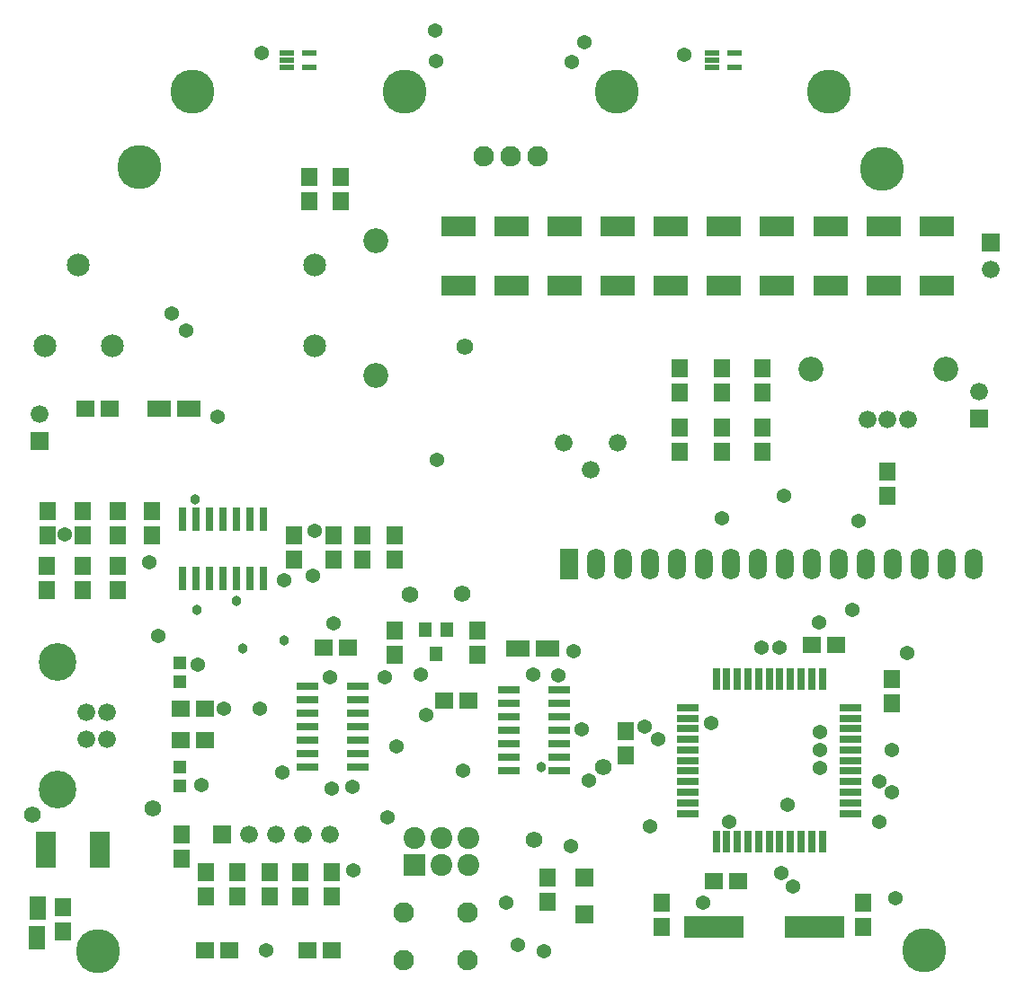
<source format=gts>
%FSLAX23Y23*%
%MOIN*%
G04 EasyPC Gerber Version 16.0.6 Build 3249 *
%ADD83O,0.06600X0.11600*%
%ADD76R,0.02750X0.08000*%
%ADD19R,0.03100X0.08600*%
%ADD29R,0.04537X0.04891*%
%ADD25R,0.04600X0.05400*%
%ADD71R,0.06100X0.06600*%
%ADD77R,0.06100X0.08600*%
%ADD82R,0.06600X0.11600*%
%ADD72R,0.07600X0.13200*%
%ADD20R,0.06600X0.06600*%
%ADD79R,0.06900X0.06900*%
%ADD80R,0.08100X0.08100*%
%ADD87C,0.03800*%
%ADD85C,0.05400*%
%ADD86C,0.06200*%
%ADD21C,0.06600*%
%ADD73C,0.06600*%
%ADD84C,0.07600*%
%ADD18C,0.07600*%
%ADD81C,0.08100*%
%ADD26C,0.08474*%
%ADD27C,0.09200*%
%ADD28C,0.13986*%
%ADD17C,0.16348*%
%ADD74R,0.05200X0.02000*%
%ADD75R,0.08000X0.02750*%
%ADD22R,0.08400X0.02800*%
%ADD23R,0.06600X0.06100*%
%ADD24R,0.08600X0.06100*%
%ADD70R,0.12800X0.07700*%
%ADD78R,0.22254X0.08474*%
X0Y0D02*
D02*
D17*
X440Y576D03*
X593Y3485D03*
X790Y3765D03*
X1577D03*
X2365D03*
X3152D03*
X3349Y3481D03*
X3503Y580D03*
D02*
D18*
X1871Y3525D03*
X1971D03*
X2071D03*
D02*
D19*
X754Y1958D03*
Y2178D03*
X804Y1958D03*
Y2178D03*
X854Y1958D03*
Y2178D03*
X904Y1958D03*
Y2178D03*
X954Y1958D03*
Y2178D03*
X1004Y1958D03*
Y2178D03*
X1054Y1958D03*
Y2178D03*
D02*
D70*
X1778Y3045D03*
Y3265D03*
X1975Y3045D03*
Y3265D03*
X2172Y3045D03*
Y3265D03*
X2369Y3045D03*
Y3265D03*
X2565Y3045D03*
Y3265D03*
X2762Y3045D03*
Y3265D03*
X2959Y3045D03*
Y3265D03*
X3156Y3045D03*
Y3265D03*
X3353Y3045D03*
Y3265D03*
X3550Y3045D03*
Y3265D03*
D02*
D71*
X251Y1917D03*
Y2007D03*
X254Y2121D03*
Y2211D03*
X310Y649D03*
Y739D03*
X384Y1917D03*
Y2007D03*
Y2121D03*
Y2211D03*
X514Y1917D03*
Y2007D03*
Y2121D03*
Y2211D03*
X640Y2121D03*
Y2211D03*
X751Y921D03*
Y1011D03*
X841Y779D03*
Y869D03*
X959Y779D03*
Y869D03*
X1077Y779D03*
Y869D03*
X1168Y2031D03*
Y2121D03*
X1191Y779D03*
Y869D03*
X1223Y3361D03*
Y3451D03*
X1306Y779D03*
Y869D03*
X1314Y2031D03*
Y2121D03*
X1341Y3361D03*
Y3451D03*
X1420Y2031D03*
Y2121D03*
X1542Y1676D03*
Y1766D03*
Y2031D03*
Y2121D03*
X1849Y1676D03*
Y1766D03*
X2109Y759D03*
Y849D03*
X2396Y1302D03*
Y1392D03*
X2530Y665D03*
Y755D03*
X2597Y2428D03*
Y2518D03*
Y2649D03*
Y2739D03*
X2754Y2428D03*
Y2518D03*
Y2649D03*
Y2739D03*
X2904Y2428D03*
Y2518D03*
Y2649D03*
Y2739D03*
X3278Y665D03*
Y755D03*
X3369Y2267D03*
Y2357D03*
X3384Y1495D03*
Y1585D03*
D02*
D20*
X223Y2469D03*
X900Y1009D03*
X3707Y2552D03*
X3751Y3206D03*
D02*
D21*
X223Y2569D03*
X396Y1363D03*
Y1462D03*
X475Y1363D03*
Y1462D03*
X1000Y1009D03*
X1100D03*
X1200D03*
X1300D03*
X3707Y2652D03*
X3751Y3106D03*
D02*
D22*
X1217Y1260D03*
Y1310D03*
Y1360D03*
Y1410D03*
Y1460D03*
Y1510D03*
Y1560D03*
X1403Y1260D03*
Y1310D03*
Y1360D03*
Y1410D03*
Y1460D03*
Y1510D03*
Y1560D03*
X1965Y1245D03*
Y1295D03*
Y1345D03*
Y1395D03*
Y1445D03*
Y1495D03*
Y1545D03*
X2151Y1245D03*
Y1295D03*
Y1345D03*
Y1395D03*
Y1445D03*
Y1495D03*
Y1545D03*
D02*
D23*
X395Y2588D03*
X485D03*
X749Y1359D03*
Y1477D03*
X839Y1359D03*
Y1477D03*
X839Y580D03*
X929D03*
X1217D03*
X1276Y1702D03*
X1307Y580D03*
X1366Y1702D03*
X1725Y1505D03*
X1815D03*
X2725Y836D03*
X2815D03*
X3087Y1714D03*
X3177D03*
D02*
D24*
X668Y2589D03*
X778Y2588D03*
X1999Y1699D03*
X2109Y1698D03*
D02*
D25*
X1655Y1768D03*
X1695Y1681D03*
X1735Y1768D03*
D02*
D26*
X243Y2824D03*
X369Y3123D03*
X495Y2824D03*
X1243D03*
Y3123D03*
D02*
D27*
X1471Y2714D03*
Y3214D03*
X3085Y2737D03*
X3585D03*
D02*
D28*
X290Y1176D03*
Y1649D03*
D02*
D29*
X743Y1190D03*
Y1260D03*
Y1576D03*
Y1646D03*
D02*
D72*
X249Y954D03*
X449D03*
D02*
D73*
X2169Y2462D03*
X2269Y2362D03*
X2369Y2462D03*
X3293Y2548D03*
X3368D03*
X3443D03*
D02*
D74*
X1142Y3857D03*
Y3883D03*
Y3908D03*
X1225Y3857D03*
Y3908D03*
X2717Y3857D03*
Y3883D03*
Y3908D03*
X2800Y3857D03*
Y3908D03*
D02*
D75*
X2628Y1087D03*
Y1125D03*
Y1166D03*
Y1205D03*
Y1245D03*
Y1284D03*
Y1323D03*
Y1363D03*
Y1402D03*
Y1441D03*
Y1481D03*
X3232Y1087D03*
Y1125D03*
Y1166D03*
Y1205D03*
Y1245D03*
Y1284D03*
Y1323D03*
Y1363D03*
Y1402D03*
Y1441D03*
Y1481D03*
D02*
D76*
X2733Y982D03*
Y1585D03*
X2772Y982D03*
Y1585D03*
X2812Y982D03*
Y1585D03*
X2851Y982D03*
Y1585D03*
X2891Y982D03*
Y1585D03*
X2930Y982D03*
Y1585D03*
X2969Y982D03*
Y1585D03*
X3009Y982D03*
Y1585D03*
X3048Y982D03*
Y1585D03*
X3088Y982D03*
Y1585D03*
X3127Y982D03*
Y1585D03*
D02*
D77*
X215Y627D03*
X216Y737D03*
D02*
D78*
X2723Y666D03*
X3097D03*
D02*
D79*
X2243Y714D03*
Y848D03*
D02*
D80*
X1615Y896D03*
D02*
D81*
Y996D03*
X1715Y896D03*
Y996D03*
X1815Y896D03*
Y996D03*
D02*
D82*
X2188Y2013D03*
D02*
D83*
X2288D03*
X2388D03*
X2488D03*
X2588D03*
X2688D03*
X2788D03*
X2888D03*
X2988D03*
X3088D03*
X3188D03*
X3288D03*
X3388D03*
X3488D03*
X3588D03*
X3688D03*
D02*
D84*
X1573Y544D03*
Y721D03*
X1810Y544D03*
Y721D03*
D02*
D85*
X317Y2123D03*
X632Y2021D03*
X664Y1745D03*
X715Y2942D03*
X766Y2879D03*
X810Y1639D03*
X825Y1194D03*
X884Y2560D03*
X908Y1477D03*
X1042D03*
X1046Y3910D03*
X1065Y580D03*
X1125Y1241D03*
X1132Y1954D03*
X1239Y1969D03*
X1243Y2135D03*
X1302Y1592D03*
X1306Y1178D03*
X1314Y1792D03*
X1384Y1186D03*
X1388Y875D03*
X1503Y1592D03*
X1514Y1072D03*
X1546Y1336D03*
X1636Y1603D03*
X1656Y1454D03*
X1691Y3993D03*
X1695Y3879D03*
X1699Y2399D03*
X1794Y1245D03*
X1955Y757D03*
X1999Y599D03*
X2054Y1603D03*
X2093Y576D03*
X2148Y1599D03*
X2195Y966D03*
X2199Y3875D03*
X2203Y1690D03*
X2234Y1401D03*
X2243Y3950D03*
X2262Y1210D03*
X2467Y1410D03*
X2487Y1040D03*
X2518Y1363D03*
X2613Y3903D03*
X2684Y757D03*
X2715Y1422D03*
X2754Y2182D03*
X2782Y1056D03*
X2900Y1702D03*
X2967D03*
X2975Y867D03*
X2983Y2265D03*
X2999Y1119D03*
X3018Y816D03*
X3113Y1796D03*
X3117Y1257D03*
Y1324D03*
Y1391D03*
X3239Y1843D03*
X3262Y2174D03*
X3337Y1056D03*
Y1206D03*
X3384Y1166D03*
Y1324D03*
X3396Y773D03*
X3440Y1682D03*
D02*
D86*
X199Y1084D03*
X644Y1107D03*
X1597Y1899D03*
X1790Y1903D03*
X1802Y2820D03*
X2058Y989D03*
X2314Y1261D03*
D02*
D87*
X802Y2253D03*
X806Y1843D03*
X955Y1875D03*
X979Y1698D03*
X1132Y1729D03*
X2085Y1261D03*
X0Y0D02*
M02*

</source>
